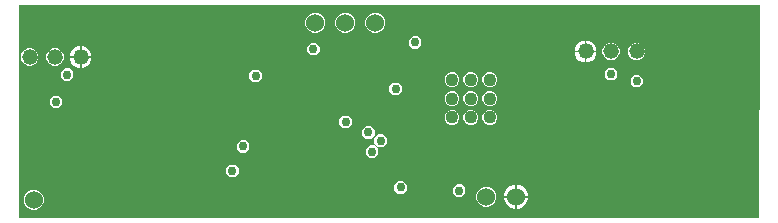
<source format=gbr>
G04 EAGLE Gerber RS-274X export*
G75*
%MOMM*%
%FSLAX34Y34*%
%LPD*%
%INCopper Layer 15*%
%IPPOS*%
%AMOC8*
5,1,8,0,0,1.08239X$1,22.5*%
G01*
G04 Define Apertures*
%ADD10C,1.524000*%
%ADD11C,1.320800*%
%ADD12C,1.108000*%
%ADD13C,0.756400*%
%ADD14C,0.656400*%
G36*
X637121Y10190D02*
X637246Y10276D01*
X637328Y10404D01*
X637353Y10541D01*
X637581Y190121D01*
X637551Y190269D01*
X637465Y190394D01*
X637337Y190476D01*
X637200Y190502D01*
X10782Y190502D01*
X10633Y190472D01*
X10508Y190386D01*
X10426Y190258D01*
X10401Y190121D01*
X10173Y10541D01*
X10203Y10393D01*
X10289Y10268D01*
X10417Y10186D01*
X10554Y10160D01*
X636972Y10160D01*
X637121Y10190D01*
G37*
%LPC*%
G36*
X310626Y166880D02*
X307545Y168156D01*
X305187Y170514D01*
X303911Y173595D01*
X303911Y176929D01*
X305187Y180010D01*
X307545Y182368D01*
X310626Y183644D01*
X313960Y183644D01*
X317041Y182368D01*
X319399Y180010D01*
X320675Y176929D01*
X320675Y173595D01*
X319399Y170514D01*
X317041Y168156D01*
X313960Y166880D01*
X310626Y166880D01*
G37*
G36*
X285226Y166880D02*
X282145Y168156D01*
X279787Y170514D01*
X278511Y173595D01*
X278511Y176929D01*
X279787Y180010D01*
X282145Y182368D01*
X285226Y183644D01*
X288560Y183644D01*
X291641Y182368D01*
X293999Y180010D01*
X295275Y176929D01*
X295275Y173595D01*
X293999Y170514D01*
X291641Y168156D01*
X288560Y166880D01*
X285226Y166880D01*
G37*
G36*
X259826Y166880D02*
X256745Y168156D01*
X254387Y170514D01*
X253111Y173595D01*
X253111Y176929D01*
X254387Y180010D01*
X256745Y182368D01*
X259826Y183644D01*
X263160Y183644D01*
X266241Y182368D01*
X268599Y180010D01*
X269875Y176929D01*
X269875Y173595D01*
X268599Y170514D01*
X266241Y168156D01*
X263160Y166880D01*
X259826Y166880D01*
G37*
G36*
X343750Y153190D02*
X340642Y156298D01*
X340642Y160694D01*
X343750Y163802D01*
X348146Y163802D01*
X351254Y160694D01*
X351254Y156298D01*
X348146Y153190D01*
X343750Y153190D01*
G37*
G36*
X481076Y151638D02*
X481076Y152695D01*
X482468Y156056D01*
X485040Y158628D01*
X488401Y160020D01*
X489458Y160020D01*
X489458Y151638D01*
X481076Y151638D01*
G37*
G36*
X490982Y151638D02*
X490982Y160020D01*
X492039Y160020D01*
X495400Y158628D01*
X497972Y156056D01*
X499364Y152695D01*
X499364Y151638D01*
X490982Y151638D01*
G37*
G36*
X531935Y143510D02*
X529228Y144631D01*
X527155Y146704D01*
X526034Y149411D01*
X526034Y152341D01*
X527155Y155049D01*
X529228Y157121D01*
X531935Y158242D01*
X534865Y158242D01*
X537573Y157121D01*
X539645Y155049D01*
X540766Y152341D01*
X540766Y149411D01*
X539645Y146704D01*
X537573Y144631D01*
X534865Y143510D01*
X531935Y143510D01*
G37*
G36*
X510345Y143510D02*
X507638Y144631D01*
X505565Y146704D01*
X504444Y149411D01*
X504444Y152341D01*
X505565Y155049D01*
X507638Y157121D01*
X510345Y158242D01*
X513275Y158242D01*
X515983Y157121D01*
X518055Y155049D01*
X519176Y152341D01*
X519176Y149411D01*
X518055Y146704D01*
X515983Y144631D01*
X513275Y143510D01*
X510345Y143510D01*
G37*
G36*
X257644Y147475D02*
X254536Y150583D01*
X254536Y154979D01*
X257644Y158087D01*
X262040Y158087D01*
X265148Y154979D01*
X265148Y150583D01*
X262040Y147475D01*
X257644Y147475D01*
G37*
G36*
X53594Y146884D02*
X53594Y147941D01*
X54986Y151302D01*
X57558Y153874D01*
X60919Y155266D01*
X61976Y155266D01*
X61976Y146884D01*
X53594Y146884D01*
G37*
G36*
X63500Y146884D02*
X63500Y155266D01*
X64557Y155266D01*
X67918Y153874D01*
X70490Y151302D01*
X71882Y147941D01*
X71882Y146884D01*
X63500Y146884D01*
G37*
G36*
X18093Y138756D02*
X15386Y139877D01*
X13313Y141950D01*
X12192Y144657D01*
X12192Y147587D01*
X13313Y150295D01*
X15386Y152367D01*
X18093Y153488D01*
X21023Y153488D01*
X23731Y152367D01*
X25803Y150295D01*
X26924Y147587D01*
X26924Y144657D01*
X25803Y141950D01*
X23731Y139877D01*
X21023Y138756D01*
X18093Y138756D01*
G37*
G36*
X39683Y138756D02*
X36976Y139877D01*
X34903Y141950D01*
X33782Y144657D01*
X33782Y147587D01*
X34903Y150295D01*
X36976Y152367D01*
X39683Y153488D01*
X42613Y153488D01*
X45321Y152367D01*
X47393Y150295D01*
X48514Y147587D01*
X48514Y144657D01*
X47393Y141950D01*
X45321Y139877D01*
X42613Y138756D01*
X39683Y138756D01*
G37*
G36*
X490982Y141732D02*
X490982Y150114D01*
X499364Y150114D01*
X499364Y149057D01*
X497972Y145696D01*
X495400Y143124D01*
X492039Y141732D01*
X490982Y141732D01*
G37*
G36*
X488401Y141732D02*
X485040Y143124D01*
X482468Y145696D01*
X481076Y149057D01*
X481076Y150114D01*
X489458Y150114D01*
X489458Y141732D01*
X488401Y141732D01*
G37*
G36*
X63500Y136978D02*
X63500Y145360D01*
X71882Y145360D01*
X71882Y144303D01*
X70490Y140942D01*
X67918Y138370D01*
X64557Y136978D01*
X63500Y136978D01*
G37*
G36*
X60919Y136978D02*
X57558Y138370D01*
X54986Y140942D01*
X53594Y144303D01*
X53594Y145360D01*
X61976Y145360D01*
X61976Y136978D01*
X60919Y136978D01*
G37*
G36*
X509612Y126520D02*
X506504Y129628D01*
X506504Y134024D01*
X509612Y137132D01*
X514008Y137132D01*
X517116Y134024D01*
X517116Y129628D01*
X514008Y126520D01*
X509612Y126520D01*
G37*
G36*
X49110Y126012D02*
X46002Y129120D01*
X46002Y133516D01*
X49110Y136624D01*
X53506Y136624D01*
X56614Y133516D01*
X56614Y129120D01*
X53506Y126012D01*
X49110Y126012D01*
G37*
G36*
X208622Y124742D02*
X205514Y127850D01*
X205514Y132246D01*
X208622Y135354D01*
X213018Y135354D01*
X216126Y132246D01*
X216126Y127850D01*
X213018Y124742D01*
X208622Y124742D01*
G37*
G36*
X407938Y120696D02*
X405622Y121655D01*
X403849Y123428D01*
X402890Y125744D01*
X402890Y128252D01*
X403849Y130568D01*
X405622Y132341D01*
X407938Y133300D01*
X410446Y133300D01*
X412762Y132341D01*
X414535Y130568D01*
X415494Y128252D01*
X415494Y125744D01*
X414535Y123428D01*
X412762Y121655D01*
X410446Y120696D01*
X407938Y120696D01*
G37*
G36*
X391938Y120696D02*
X389622Y121655D01*
X387849Y123428D01*
X386890Y125744D01*
X386890Y128252D01*
X387849Y130568D01*
X389622Y132341D01*
X391938Y133300D01*
X394446Y133300D01*
X396762Y132341D01*
X398535Y130568D01*
X399494Y128252D01*
X399494Y125744D01*
X398535Y123428D01*
X396762Y121655D01*
X394446Y120696D01*
X391938Y120696D01*
G37*
G36*
X375938Y120696D02*
X373622Y121655D01*
X371849Y123428D01*
X370890Y125744D01*
X370890Y128252D01*
X371849Y130568D01*
X373622Y132341D01*
X375938Y133300D01*
X378446Y133300D01*
X380762Y132341D01*
X382535Y130568D01*
X383494Y128252D01*
X383494Y125744D01*
X382535Y123428D01*
X380762Y121655D01*
X378446Y120696D01*
X375938Y120696D01*
G37*
G36*
X531456Y120424D02*
X528348Y123532D01*
X528348Y127928D01*
X531456Y131036D01*
X535852Y131036D01*
X538960Y127928D01*
X538960Y123532D01*
X535852Y120424D01*
X531456Y120424D01*
G37*
G36*
X327240Y113820D02*
X324132Y116928D01*
X324132Y121324D01*
X327240Y124432D01*
X331636Y124432D01*
X334744Y121324D01*
X334744Y116928D01*
X331636Y113820D01*
X327240Y113820D01*
G37*
G36*
X391938Y104696D02*
X389622Y105655D01*
X387849Y107428D01*
X386890Y109744D01*
X386890Y112252D01*
X387849Y114568D01*
X389622Y116341D01*
X391938Y117300D01*
X394446Y117300D01*
X396762Y116341D01*
X398535Y114568D01*
X399494Y112252D01*
X399494Y109744D01*
X398535Y107428D01*
X396762Y105655D01*
X394446Y104696D01*
X391938Y104696D01*
G37*
G36*
X375938Y104696D02*
X373622Y105655D01*
X371849Y107428D01*
X370890Y109744D01*
X370890Y112252D01*
X371849Y114568D01*
X373622Y116341D01*
X375938Y117300D01*
X378446Y117300D01*
X380762Y116341D01*
X382535Y114568D01*
X383494Y112252D01*
X383494Y109744D01*
X382535Y107428D01*
X380762Y105655D01*
X378446Y104696D01*
X375938Y104696D01*
G37*
G36*
X407938Y104696D02*
X405622Y105655D01*
X403849Y107428D01*
X402890Y109744D01*
X402890Y112252D01*
X403849Y114568D01*
X405622Y116341D01*
X407938Y117300D01*
X410446Y117300D01*
X412762Y116341D01*
X414535Y114568D01*
X415494Y112252D01*
X415494Y109744D01*
X414535Y107428D01*
X412762Y105655D01*
X410446Y104696D01*
X407938Y104696D01*
G37*
G36*
X39712Y102898D02*
X36604Y106006D01*
X36604Y110402D01*
X39712Y113510D01*
X44108Y113510D01*
X47216Y110402D01*
X47216Y106006D01*
X44108Y102898D01*
X39712Y102898D01*
G37*
G36*
X407938Y88696D02*
X405622Y89655D01*
X403849Y91428D01*
X402890Y93744D01*
X402890Y96252D01*
X403849Y98568D01*
X405622Y100341D01*
X407938Y101300D01*
X410446Y101300D01*
X412762Y100341D01*
X414535Y98568D01*
X415494Y96252D01*
X415494Y93744D01*
X414535Y91428D01*
X412762Y89655D01*
X410446Y88696D01*
X407938Y88696D01*
G37*
G36*
X391938Y88696D02*
X389622Y89655D01*
X387849Y91428D01*
X386890Y93744D01*
X386890Y96252D01*
X387849Y98568D01*
X389622Y100341D01*
X391938Y101300D01*
X394446Y101300D01*
X396762Y100341D01*
X398535Y98568D01*
X399494Y96252D01*
X399494Y93744D01*
X398535Y91428D01*
X396762Y89655D01*
X394446Y88696D01*
X391938Y88696D01*
G37*
G36*
X375938Y88696D02*
X373622Y89655D01*
X371849Y91428D01*
X370890Y93744D01*
X370890Y96252D01*
X371849Y98568D01*
X373622Y100341D01*
X375938Y101300D01*
X378446Y101300D01*
X380762Y100341D01*
X382535Y98568D01*
X383494Y96252D01*
X383494Y93744D01*
X382535Y91428D01*
X380762Y89655D01*
X378446Y88696D01*
X375938Y88696D01*
G37*
G36*
X284822Y85880D02*
X281714Y88988D01*
X281714Y93384D01*
X284822Y96492D01*
X289218Y96492D01*
X292326Y93384D01*
X292326Y88988D01*
X289218Y85880D01*
X284822Y85880D01*
G37*
G36*
X304126Y76990D02*
X301018Y80098D01*
X301018Y84494D01*
X304126Y87602D01*
X308522Y87602D01*
X311630Y84494D01*
X311630Y80098D01*
X308522Y76990D01*
X304126Y76990D01*
G37*
G36*
X314489Y70183D02*
X311381Y73291D01*
X311381Y77687D01*
X314489Y80795D01*
X318885Y80795D01*
X321993Y77687D01*
X321993Y73291D01*
X318885Y70183D01*
X314489Y70183D01*
G37*
G36*
X198208Y65306D02*
X195100Y68414D01*
X195100Y72810D01*
X198208Y75918D01*
X202604Y75918D01*
X205712Y72810D01*
X205712Y68414D01*
X202604Y65306D01*
X198208Y65306D01*
G37*
G36*
X307428Y60734D02*
X304320Y63842D01*
X304320Y68238D01*
X307428Y71346D01*
X311824Y71346D01*
X314932Y68238D01*
X314932Y63842D01*
X311824Y60734D01*
X307428Y60734D01*
G37*
G36*
X189064Y44478D02*
X185956Y47586D01*
X185956Y51982D01*
X189064Y55090D01*
X193460Y55090D01*
X196568Y51982D01*
X196568Y47586D01*
X193460Y44478D01*
X189064Y44478D01*
G37*
G36*
X331558Y30508D02*
X328450Y33616D01*
X328450Y38012D01*
X331558Y41120D01*
X335954Y41120D01*
X339062Y38012D01*
X339062Y33616D01*
X335954Y30508D01*
X331558Y30508D01*
G37*
G36*
X381088Y27714D02*
X377980Y30822D01*
X377980Y35218D01*
X381088Y38326D01*
X385484Y38326D01*
X388592Y35218D01*
X388592Y30822D01*
X385484Y27714D01*
X381088Y27714D01*
G37*
G36*
X421386Y28702D02*
X421386Y29961D01*
X422933Y33695D01*
X425791Y36553D01*
X429525Y38100D01*
X430784Y38100D01*
X430784Y28702D01*
X421386Y28702D01*
G37*
G36*
X432308Y28702D02*
X432308Y38100D01*
X433567Y38100D01*
X437301Y36553D01*
X440159Y33695D01*
X441706Y29961D01*
X441706Y28702D01*
X432308Y28702D01*
G37*
G36*
X404479Y19558D02*
X401398Y20834D01*
X399040Y23192D01*
X397764Y26273D01*
X397764Y29607D01*
X399040Y32688D01*
X401398Y35046D01*
X404479Y36322D01*
X407813Y36322D01*
X410894Y35046D01*
X413252Y32688D01*
X414528Y29607D01*
X414528Y26273D01*
X413252Y23192D01*
X410894Y20834D01*
X407813Y19558D01*
X404479Y19558D01*
G37*
G36*
X21447Y17018D02*
X18366Y18294D01*
X16008Y20652D01*
X14732Y23733D01*
X14732Y27067D01*
X16008Y30148D01*
X18366Y32506D01*
X21447Y33782D01*
X24781Y33782D01*
X27862Y32506D01*
X30220Y30148D01*
X31496Y27067D01*
X31496Y23733D01*
X30220Y20652D01*
X27862Y18294D01*
X24781Y17018D01*
X21447Y17018D01*
G37*
G36*
X432308Y17780D02*
X432308Y27178D01*
X441706Y27178D01*
X441706Y25919D01*
X440159Y22185D01*
X437301Y19327D01*
X433567Y17780D01*
X432308Y17780D01*
G37*
G36*
X429525Y17780D02*
X425791Y19327D01*
X422933Y22185D01*
X421386Y25919D01*
X421386Y27178D01*
X430784Y27178D01*
X430784Y17780D01*
X429525Y17780D01*
G37*
%LPD*%
D10*
X406146Y27940D03*
X431546Y27940D03*
X261493Y175262D03*
X286893Y175262D03*
X312293Y175262D03*
X23114Y25400D03*
D11*
X490220Y150876D03*
X511810Y150876D03*
X533400Y150876D03*
X62738Y146122D03*
X41148Y146122D03*
X19558Y146122D03*
D12*
X393192Y110998D03*
X377192Y126998D03*
X409192Y126998D03*
X409192Y94998D03*
X377192Y94998D03*
X393192Y94998D03*
X409192Y110998D03*
X393192Y126998D03*
X377192Y110998D03*
D13*
X227076Y167767D03*
X287020Y103322D03*
X216408Y38862D03*
X287020Y118364D03*
X324358Y141478D03*
X193802Y132080D03*
D14*
X213106Y93218D03*
X208534Y26289D03*
D13*
X284226Y18796D03*
X254508Y19812D03*
X533654Y125730D03*
X383286Y33020D03*
X306324Y82296D03*
X511810Y131826D03*
X41910Y108204D03*
X200406Y70612D03*
X191262Y49784D03*
X345948Y158496D03*
X210820Y130048D03*
X333756Y35814D03*
X316687Y75489D03*
X329438Y119126D03*
X51308Y131318D03*
X287020Y91186D03*
X309626Y66040D03*
X259842Y152781D03*
M02*

</source>
